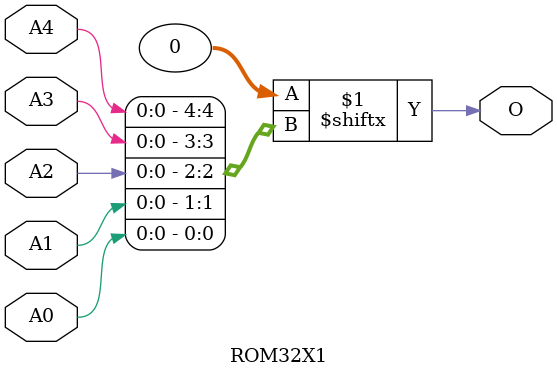
<source format=v>
module ROM32X1 (
  output O,
  input A0, A1, A2, A3, A4
);
  parameter [31:0] INIT = 32'h0;
  assign O = INIT[{A4, A3, A2, A1, A0}];
endmodule
</source>
